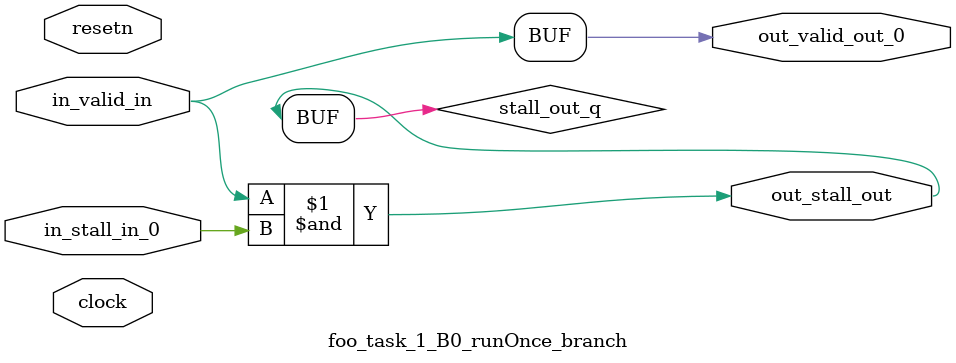
<source format=sv>



(* altera_attribute = "-name AUTO_SHIFT_REGISTER_RECOGNITION OFF; -name MESSAGE_DISABLE 10036; -name MESSAGE_DISABLE 10037; -name MESSAGE_DISABLE 14130; -name MESSAGE_DISABLE 14320; -name MESSAGE_DISABLE 15400; -name MESSAGE_DISABLE 14130; -name MESSAGE_DISABLE 10036; -name MESSAGE_DISABLE 12020; -name MESSAGE_DISABLE 12030; -name MESSAGE_DISABLE 12010; -name MESSAGE_DISABLE 12110; -name MESSAGE_DISABLE 14320; -name MESSAGE_DISABLE 13410; -name MESSAGE_DISABLE 113007; -name MESSAGE_DISABLE 10958" *)
module foo_task_1_B0_runOnce_branch (
    input wire [0:0] in_stall_in_0,
    input wire [0:0] in_valid_in,
    output wire [0:0] out_stall_out,
    output wire [0:0] out_valid_out_0,
    input wire clock,
    input wire resetn
    );

    wire [0:0] stall_out_q;


    // stall_out(LOGICAL,6)
    assign stall_out_q = in_valid_in & in_stall_in_0;

    // out_stall_out(GPOUT,4)
    assign out_stall_out = stall_out_q;

    // out_valid_out_0(GPOUT,5)
    assign out_valid_out_0 = in_valid_in;

endmodule

</source>
